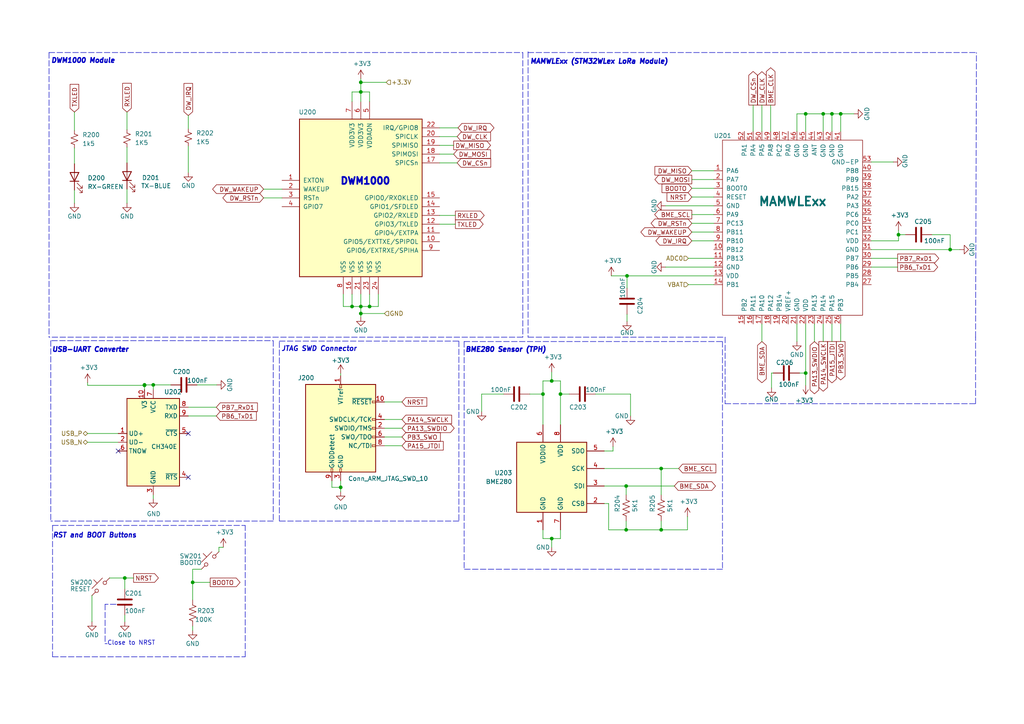
<source format=kicad_sch>
(kicad_sch (version 20211123) (generator eeschema)
  (paper "A4")
  (lib_symbols
    (symbol "Connector:Conn_ARM_JTAG_SWD_10" (pin_names (offset 1.016))
      (property "Reference" "J" (at -2.54 16.51 0))
      (property "Value" "Conn_ARM_JTAG_SWD_10" (at -2.54 13.97 0))
      (symbol "Conn_ARM_JTAG_SWD_10_0_1"
        (rectangle (start -10.16 12.7) (end 10.16 -12.7) (stroke (width 0.254)) (fill (type background)))
        (rectangle (start -2.794 -12.7) (end -2.286 -11.684))
        (rectangle (start -0.254 -12.7) (end 0.254 -11.684))
        (rectangle (start -0.254 12.7) (end 0.254 11.684))
        (rectangle (start 9.144 2.286) (end 10.16 2.794))
        (rectangle (start 10.16 -2.794) (end 9.144 -2.286))
        (rectangle (start 10.16 -0.254) (end 9.144 0.254))
        (rectangle (start 10.16 7.874) (end 9.144 7.366))
      )
      (symbol "Conn_ARM_JTAG_SWD_10_1_1"
        (rectangle (start 9.144 -5.334) (end 10.16 -4.826))
        (pin power_in line (at 0 15.24 270) (length 2.54) (name "VTref") (number "1"))
        (pin open_collector line (at 12.7 7.62 180) (length 2.54) (name "~{RESET}") (number "10"))
        (pin bidirectional line (at 12.7 0 180) (length 2.54) (name "SWDIO/TMS") (number "2"))
        (pin power_in line (at 0 -15.24 90) (length 2.54) (name "GND") (number "3"))
        (pin output line (at 12.7 2.54 180) (length 2.54) (name "SWDCLK/TCK") (number "4"))
        (pin passive line (at 0 -15.24 90) (length 2.54) hide (name "GND") (number "5"))
        (pin input line (at 12.7 -2.54 180) (length 2.54) (name "SWO/TDO") (number "6"))
        (pin no_connect line (at -10.16 0 0) (length 2.54) hide (name "KEY") (number "7"))
        (pin output line (at 12.7 -5.08 180) (length 2.54) (name "NC/TDI") (number "8"))
        (pin passive line (at -2.54 -15.24 90) (length 2.54) (name "GNDDetect") (number "9"))
      )
    )
    (symbol "Device:C" (pin_numbers hide) (pin_names (offset 0.254))
      (property "Reference" "C" (at 0.635 2.54 0))
      (property "Value" "C" (at 0.635 -2.54 0))
      (symbol "C_0_1"
        (polyline (pts (xy -2.032 -0.762) (xy 2.032 -0.762)) (stroke (width 0.508)))
        (polyline (pts (xy -2.032 0.762) (xy 2.032 0.762)) (stroke (width 0.508)))
      )
      (symbol "C_1_1"
        (pin passive line (at 0 3.81 270) (length 2.794) (name "~") (number "1"))
        (pin passive line (at 0 -3.81 90) (length 2.794) (name "~") (number "2"))
      )
    )
    (symbol "Device:LED" (pin_numbers hide) (pin_names (offset 1.016) hide)
      (property "Reference" "D" (at 0 2.54 0))
      (property "Value" "LED" (at 0 -2.54 0))
      (symbol "LED_0_1"
        (polyline (pts (xy -1.27 -1.27) (xy -1.27 1.27)) (stroke (width 0.254)))
        (polyline (pts (xy -1.27 0) (xy 1.27 0)))
        (polyline (pts (xy 1.27 -1.27) (xy 1.27 1.27) (xy -1.27 0) (xy 1.27 -1.27)) (stroke (width 0.254)))
        (polyline (pts (xy -3.048 -0.762) (xy -4.572 -2.286) (xy -3.81 -2.286) (xy -4.572 -2.286) (xy -4.572 -1.524)))
        (polyline (pts (xy -1.778 -0.762) (xy -3.302 -2.286) (xy -2.54 -2.286) (xy -3.302 -2.286) (xy -3.302 -1.524)))
      )
      (symbol "LED_1_1"
        (pin passive line (at -3.81 0 0) (length 2.54) (name "K") (number "1"))
        (pin passive line (at 3.81 0 180) (length 2.54) (name "A") (number "2"))
      )
    )
    (symbol "Device:R_Small_US" (pin_numbers hide) (pin_names (offset 0.254) hide)
      (property "Reference" "R" (at 0.762 0.508 0))
      (property "Value" "R_Small_US" (at 0.762 -1.016 0))
      (symbol "R_Small_US_1_1"
        (polyline (pts (xy 0 0) (xy 1.016 -0.381) (xy 0 -0.762) (xy -1.016 -1.143) (xy 0 -1.524)))
        (polyline (pts (xy 0 1.524) (xy 1.016 1.143) (xy 0 0.762) (xy -1.016 0.381) (xy 0 0)))
        (pin passive line (at 0 2.54 270) (length 1.016) (name "~") (number "1"))
        (pin passive line (at 0 -2.54 90) (length 1.016) (name "~") (number "2"))
      )
    )
    (symbol "Device:R_US" (pin_numbers hide) (pin_names (offset 0))
      (property "Reference" "R" (at 2.54 0 90))
      (property "Value" "R_US" (at -2.54 0 90))
      (symbol "R_US_0_1"
        (polyline (pts (xy 0 -2.286) (xy 0 -2.54)))
        (polyline (pts (xy 0 2.286) (xy 0 2.54)))
        (polyline (pts (xy 0 -0.762) (xy 1.016 -1.143) (xy 0 -1.524) (xy -1.016 -1.905) (xy 0 -2.286)))
        (polyline (pts (xy 0 0.762) (xy 1.016 0.381) (xy 0 0) (xy -1.016 -0.381) (xy 0 -0.762)))
        (polyline (pts (xy 0 2.286) (xy 1.016 1.905) (xy 0 1.524) (xy -1.016 1.143) (xy 0 0.762)))
      )
      (symbol "R_US_1_1"
        (pin passive line (at 0 3.81 270) (length 1.27) (name "~") (number "1"))
        (pin passive line (at 0 -3.81 90) (length 1.27) (name "~") (number "2"))
      )
    )
    (symbol "Interface_USB:CH340E"
      (property "Reference" "U" (at -5.08 13.97 0))
      (property "Value" "CH340E" (at 1.27 13.97 0))
      (symbol "CH340E_0_1"
        (rectangle (start -7.62 12.7) (end 7.62 -12.7) (stroke (width 0.254)) (fill (type background)))
      )
      (symbol "CH340E_1_1"
        (pin bidirectional line (at -10.16 2.54 0) (length 2.54) (name "UD+") (number "1"))
        (pin passive line (at -2.54 15.24 270) (length 2.54) (name "V3") (number "10"))
        (pin bidirectional line (at -10.16 0 0) (length 2.54) (name "UD-") (number "2"))
        (pin power_in line (at 0 -15.24 90) (length 2.54) (name "GND") (number "3"))
        (pin output line (at 10.16 -10.16 180) (length 2.54) (name "~{RTS}") (number "4"))
        (pin input line (at 10.16 2.54 180) (length 2.54) (name "~{CTS}") (number "5"))
        (pin output line (at -10.16 -2.54 0) (length 2.54) (name "TNOW") (number "6"))
        (pin power_in line (at 0 15.24 270) (length 2.54) (name "VCC") (number "7"))
        (pin output line (at 10.16 10.16 180) (length 2.54) (name "TXD") (number "8"))
        (pin input line (at 10.16 7.62 180) (length 2.54) (name "RXD") (number "9"))
      )
    )
    (symbol "RF_Module:DWM1000" (pin_names (offset 1.016))
      (property "Reference" "DWM" (at 7.62 25.4 0))
      (property "Value" "DWM1000" (at 1.27 3.81 0))
      (symbol "DWM1000_0_1"
        (rectangle (start 17.78 22.86) (end -17.78 -22.86) (stroke (width 0.254)) (fill (type background)))
      )
      (symbol "DWM1000_1_1"
        (pin output line (at -22.86 5.08 0) (length 5.08) (name "EXTON") (number "1"))
        (pin bidirectional line (at 22.86 -12.7 180) (length 5.08) (name "GPIO5/EXTTXE/SPIPOL") (number "10"))
        (pin bidirectional line (at 22.86 -10.16 180) (length 5.08) (name "GPIO4/EXTPA") (number "11"))
        (pin bidirectional line (at 22.86 -7.62 180) (length 5.08) (name "GPIO3/TXLED") (number "12"))
        (pin bidirectional line (at 22.86 -5.08 180) (length 5.08) (name "GPIO2/RXLED") (number "13"))
        (pin bidirectional line (at 22.86 -2.54 180) (length 5.08) (name "GPIO1/SFDLED") (number "14"))
        (pin bidirectional line (at 22.86 0 180) (length 5.08) (name "GPIO0/RXOKLED") (number "15"))
        (pin power_in line (at -2.54 -27.94 90) (length 5.08) (name "VSS") (number "16"))
        (pin input line (at 22.86 10.16 180) (length 5.08) (name "SPICSn") (number "17"))
        (pin input line (at 22.86 12.7 180) (length 5.08) (name "SPIMOSI") (number "18"))
        (pin output line (at 22.86 15.24 180) (length 5.08) (name "SPIMISO") (number "19"))
        (pin bidirectional line (at -22.86 2.54 0) (length 5.08) (name "WAKEUP") (number "2"))
        (pin input line (at 22.86 17.78 180) (length 5.08) (name "SPICLK") (number "20"))
        (pin power_in line (at 0 -27.94 90) (length 5.08) (name "VSS") (number "21"))
        (pin bidirectional line (at 22.86 20.32 180) (length 5.08) (name "IRQ/GPIO8") (number "22"))
        (pin power_in line (at 2.54 -27.94 90) (length 5.08) (name "VSS") (number "23"))
        (pin power_in line (at 5.08 -27.94 90) (length 5.08) (name "VSS") (number "24"))
        (pin bidirectional line (at -22.86 0 0) (length 5.08) (name "RSTn") (number "3"))
        (pin bidirectional line (at -22.86 -2.54 0) (length 5.08) (name "GPIO7") (number "4"))
        (pin power_in line (at 2.54 27.94 270) (length 5.08) (name "VDDAON") (number "5"))
        (pin power_in line (at 0 27.94 270) (length 5.08) (name "VDD3V3") (number "6"))
        (pin power_in line (at -2.54 27.94 270) (length 5.08) (name "VDD3V3") (number "7"))
        (pin power_in line (at -5.08 -27.94 90) (length 5.08) (name "VSS") (number "8"))
        (pin bidirectional line (at 22.86 -15.24 180) (length 5.08) (name "GPIO6/EXTRXE/SPIHA") (number "9"))
      )
    )
    (symbol "Sensor:BME280"
      (property "Reference" "U" (at -8.89 11.43 0))
      (property "Value" "BME280" (at 7.62 11.43 0))
      (symbol "BME280_0_1"
        (rectangle (start -10.16 10.16) (end 10.16 -10.16) (stroke (width 0.254)) (fill (type background)))
      )
      (symbol "BME280_1_1"
        (pin power_in line (at -2.54 -15.24 90) (length 5.08) (name "GND") (number "1"))
        (pin input line (at 15.24 -7.62 180) (length 5.08) (name "CSB") (number "2"))
        (pin bidirectional line (at 15.24 -2.54 180) (length 5.08) (name "SDI") (number "3"))
        (pin input line (at 15.24 2.54 180) (length 5.08) (name "SCK") (number "4"))
        (pin bidirectional line (at 15.24 7.62 180) (length 5.08) (name "SDO") (number "5"))
        (pin power_in line (at -2.54 15.24 270) (length 5.08) (name "VDDIO") (number "6"))
        (pin power_in line (at 2.54 -15.24 90) (length 5.08) (name "GND") (number "7"))
        (pin power_in line (at 2.54 15.24 270) (length 5.08) (name "VDD") (number "8"))
      )
    )
    (symbol "Switch:SW_Push_45deg" (pin_numbers hide) (pin_names (offset 1.016) hide)
      (property "Reference" "SW" (at 3.048 1.016 0))
      (property "Value" "SW_Push_45deg" (at 0 -3.81 0))
      (symbol "SW_Push_45deg_0_1"
        (circle (center -1.1684 1.1684) (radius 0.508))
        (polyline (pts (xy -0.508 2.54) (xy 2.54 -0.508)))
        (polyline (pts (xy 1.016 1.016) (xy 2.032 2.032)))
        (polyline (pts (xy -2.54 2.54) (xy -1.524 1.524) (xy -1.524 1.524)))
        (polyline (pts (xy 1.524 -1.524) (xy 2.54 -2.54) (xy 2.54 -2.54) (xy 2.54 -2.54)))
        (circle (center 1.143 -1.1938) (radius 0.508))
        (pin passive line (at -2.54 2.54 0) (length 0) (name "1") (number "1"))
        (pin passive line (at 2.54 -2.54 180) (length 0) (name "2") (number "2"))
      )
    )
    (symbol "power:+3.3V" (power) (pin_names (offset 0))
      (property "Value" "+3.3V" (at 0 3.556 0))
      (symbol "+3.3V_0_1"
        (polyline (pts (xy -0.762 1.27) (xy 0 2.54)))
        (polyline (pts (xy 0 0) (xy 0 2.54)))
        (polyline (pts (xy 0 2.54) (xy 0.762 1.27)))
      )
      (symbol "+3.3V_1_1"
        (pin power_in line (at 0 0 90) (length 0) hide (name "+3V3") (number "1"))
      )
    )
    (symbol "power:GND" (power) (pin_names (offset 0))
      (property "Value" "GND" (at 0 -3.81 0))
      (symbol "GND_0_1"
        (polyline (pts (xy 0 0) (xy 0 -1.27) (xy 1.27 -1.27) (xy 0 -2.54) (xy -1.27 -1.27) (xy 0 -1.27)))
      )
      (symbol "GND_1_1"
        (pin power_in line (at 0 0 270) (length 0) hide (name "GND") (number "1"))
      )
    )
    (symbol "stm32wl-lib-v1:MAMWLExx" (pin_names (offset 1.016))
      (property "Reference" "U" (at -1.27 1.27 0))
      (property "Value" "MAMWLExx" (at 22.86 -33.02 0))
      (symbol "MAMWLExx_0_0"
        (pin passive line (at 0 0 0) (length 2.54) (name "PA6") (number "1"))
        (pin passive line (at 0 -22.86 0) (length 2.54) (name "PB12") (number "10"))
        (pin passive line (at 0 -25.4 0) (length 2.54) (name "PB13") (number "11"))
        (pin power_in line (at 0 -27.94 0) (length 2.54) (name "GND") (number "12"))
        (pin power_in line (at 0 -30.48 0) (length 2.54) (name "VDD") (number "13"))
        (pin passive line (at 0 -33.02 0) (length 2.54) (name "PB1") (number "14"))
        (pin passive line (at 8.89 -44.45 90) (length 2.54) (name "PB2") (number "15"))
        (pin passive line (at 11.43 -44.45 90) (length 2.54) (name "PA11") (number "16"))
        (pin passive line (at 13.97 -44.45 90) (length 2.54) (name "PA10") (number "17"))
        (pin passive line (at 16.51 -44.45 90) (length 2.54) (name "PA12") (number "18"))
        (pin passive line (at 19.05 -44.45 90) (length 2.54) (name "PB14") (number "19"))
        (pin passive line (at 0 -2.54 0) (length 2.54) (name "PA7") (number "2"))
        (pin passive line (at 21.59 -44.45 90) (length 2.54) (name "VREF+") (number "20"))
        (pin power_in line (at 24.13 -44.45 90) (length 2.54) (name "GND") (number "21"))
        (pin power_in line (at 26.67 -44.45 90) (length 2.54) (name "VDD") (number "22"))
        (pin passive line (at 29.21 -44.45 90) (length 2.54) (name "PA13") (number "23"))
        (pin passive line (at 31.75 -44.45 90) (length 2.54) (name "PA14") (number "24"))
        (pin passive line (at 34.29 -44.45 90) (length 2.54) (name "PA15") (number "25"))
        (pin passive line (at 36.83 -44.45 90) (length 2.54) (name "PB3") (number "26"))
        (pin passive line (at 45.72 -33.02 180) (length 2.54) (name "PB4") (number "27"))
        (pin passive line (at 45.72 -30.48 180) (length 2.54) (name "PB5") (number "28"))
        (pin passive line (at 45.72 -27.94 180) (length 2.54) (name "PB6") (number "29"))
        (pin passive line (at 0 -5.08 0) (length 2.54) (name "BOOT0") (number "3"))
        (pin passive line (at 45.72 -25.4 180) (length 2.54) (name "PB7") (number "30"))
        (pin power_in line (at 45.72 -22.86 180) (length 2.54) (name "GND") (number "31"))
        (pin power_in line (at 45.72 -20.32 180) (length 2.54) (name "VDD") (number "32"))
        (pin passive line (at 45.72 -17.78 180) (length 2.54) (name "PC1") (number "33"))
        (pin passive line (at 45.72 -15.24 180) (length 2.54) (name "PC0") (number "34"))
        (pin passive line (at 45.72 -12.7 180) (length 2.54) (name "PC6") (number "35"))
        (pin passive line (at 45.72 -10.16 180) (length 2.54) (name "PA3") (number "36"))
        (pin passive line (at 45.72 -7.62 180) (length 2.54) (name "PA2") (number "37"))
        (pin passive line (at 45.72 -5.08 180) (length 2.54) (name "PB15") (number "38"))
        (pin passive line (at 45.72 -2.54 180) (length 2.54) (name "PB9") (number "39"))
        (pin passive line (at 0 -7.62 0) (length 2.54) (name "RESET") (number "4"))
        (pin passive line (at 45.72 0 180) (length 2.54) (name "PB8") (number "40"))
        (pin power_in line (at 36.83 11.43 270) (length 2.54) (name "GND") (number "41"))
        (pin power_in line (at 34.29 11.43 270) (length 2.54) (name "GND") (number "42"))
        (pin power_in line (at 31.75 11.43 270) (length 2.54) (name "GND") (number "43"))
        (pin passive line (at 29.21 11.43 270) (length 2.54) (name "ANT") (number "44"))
        (pin power_in line (at 26.67 11.43 270) (length 2.54) (name "GND") (number "45"))
        (pin power_in line (at 24.13 11.43 270) (length 2.54) (name "GND") (number "46"))
        (pin passive line (at 21.59 11.43 270) (length 2.54) (name "PA0") (number "47"))
        (pin passive line (at 19.05 11.43 270) (length 2.54) (name "PC2") (number "48"))
        (pin passive line (at 16.51 11.43 270) (length 2.54) (name "PA8") (number "49"))
        (pin power_in line (at 0 -10.16 0) (length 2.54) (name "GND") (number "5"))
        (pin passive line (at 13.97 11.43 270) (length 2.54) (name "PA5") (number "50"))
        (pin passive line (at 11.43 11.43 270) (length 2.54) (name "PA4") (number "51"))
        (pin passive line (at 8.89 11.43 270) (length 2.54) (name "PA1") (number "52"))
        (pin power_in line (at 45.72 2.54 180) (length 2.54) (name "GND-EP") (number "53"))
        (pin power_in line (at 45.72 2.54 180) (length 2.54) hide (name "GND-EP") (number "54"))
        (pin power_in line (at 45.72 2.54 180) (length 2.54) hide (name "GND-EP") (number "55"))
        (pin power_in line (at 45.72 2.54 180) (length 2.54) hide (name "GND-EP") (number "56"))
        (pin power_in line (at 45.72 2.54 180) (length 2.54) hide (name "GND-EP") (number "57"))
        (pin power_in line (at 45.72 2.54 180) (length 2.54) hide (name "GND-EP") (number "58"))
        (pin power_in line (at 45.72 2.54 180) (length 2.54) hide (name "GND-EP") (number "59"))
        (pin passive line (at 0 -12.7 0) (length 2.54) (name "PA9") (number "6"))
        (pin power_in line (at 45.72 2.54 180) (length 2.54) hide (name "GND-EP") (number "60"))
        (pin power_in line (at 45.72 2.54 180) (length 2.54) hide (name "GND-EP") (number "61"))
        (pin power_in line (at 45.72 2.54 180) (length 2.54) hide (name "GND-EP") (number "62"))
        (pin power_in line (at 45.72 2.54 180) (length 2.54) hide (name "GND-EP") (number "63"))
        (pin power_in line (at 45.72 2.54 180) (length 2.54) hide (name "GND-EP") (number "64"))
        (pin power_in line (at 45.72 2.54 180) (length 2.54) hide (name "GND-EP") (number "65"))
        (pin power_in line (at 45.72 2.54 180) (length 2.54) hide (name "GND-EP") (number "66"))
        (pin passive line (at 0 -15.24 0) (length 2.54) (name "PC13") (number "7"))
        (pin passive line (at 0 -17.78 0) (length 2.54) (name "PB11") (number "8"))
        (pin passive line (at 0 -20.32 0) (length 2.54) (name "PB10") (number "9"))
      )
      (symbol "MAMWLExx_0_1"
        (rectangle (start 2.54 8.89) (end 43.18 -41.91))
      )
    )
  )
  (junction (at 243.84 33.02))
  (junction (at 275.59 72.39))
  (junction (at 41.91 111.76))
  (junction (at 104.648 88.9))
  (junction (at 98.806 141.351))
  (junction (at 233.68 108.204))
  (junction (at 162.56 114.3))
  (junction (at 241.3 33.02))
  (junction (at 41.91 111.633))
  (junction (at 191.77 153.67))
  (junction (at 36.195 167.64))
  (junction (at 157.48 114.3))
  (junction (at 191.77 135.89))
  (junction (at 233.68 33.02))
  (junction (at 104.648 26.67))
  (junction (at 104.648 23.876))
  (junction (at 104.648 90.932))
  (junction (at 181.61 140.97))
  (junction (at 238.76 33.02))
  (junction (at 260.604 68.072))
  (junction (at 107.188 88.9))
  (junction (at 102.108 88.9))
  (junction (at 181.61 153.67))
  (junction (at 44.45 111.633))
  (junction (at 55.88 168.91))
  (junction (at 181.864 80.01))
  (junction (at 160.02 156.21))
  (junction (at 160.02 110.49))
  (no_connect (at 54.61 125.73))
  (no_connect (at 54.61 138.43))
  (no_connect (at 34.29 130.81))
  (wire (pts (xy 157.48 114.3) (xy 157.48 123.19)))
  (wire (pts (xy 160.02 110.49) (xy 157.48 110.49)))
  (polyline (pts (xy 153.162 14.986) (xy 153.162 97.79)))
  (wire (pts (xy 181.61 140.97) (xy 181.61 143.51)))
  (wire (pts (xy 243.84 33.02) (xy 247.65 33.02)))
  (wire (pts (xy 41.91 111.76) (xy 41.91 111.633)))
  (polyline (pts (xy 210.312 97.79) (xy 210.312 117.094)))
  (wire (pts (xy 231.14 33.02) (xy 233.68 33.02)))
  (wire (pts (xy 200.66 49.53) (xy 207.01 49.53)))
  (wire (pts (xy 175.26 135.89) (xy 191.77 135.89)))
  (polyline (pts (xy 282.956 117.094) (xy 282.956 97.79)))
  (wire (pts (xy 76.454 54.864) (xy 81.788 54.864)))
  (wire (pts (xy 102.108 26.67) (xy 104.648 26.67)))
  (wire (pts (xy 199.39 153.67) (xy 191.77 153.67)))
  (wire (pts (xy 175.26 130.81) (xy 177.8 130.81)))
  (wire (pts (xy 139.7 114.3) (xy 146.05 114.3)))
  (wire (pts (xy 139.7 119.38) (xy 139.7 114.3)))
  (wire (pts (xy 111.506 121.666) (xy 116.586 121.666)))
  (wire (pts (xy 104.648 22.86) (xy 104.648 23.876)))
  (wire (pts (xy 260.604 68.072) (xy 260.604 66.802)))
  (polyline (pts (xy 30.48 175.26) (xy 30.48 186.69)))
  (wire (pts (xy 60.96 168.91) (xy 55.88 168.91)))
  (wire (pts (xy 99.568 88.9) (xy 102.108 88.9)))
  (wire (pts (xy 55.88 165.1) (xy 55.88 168.91)))
  (polyline (pts (xy 210.312 117.094) (xy 282.956 117.094)))
  (wire (pts (xy 177.292 80.01) (xy 181.864 80.01)))
  (wire (pts (xy 175.26 140.97) (xy 181.61 140.97)))
  (polyline (pts (xy 14.224 15.24) (xy 14.224 97.79)))
  (polyline (pts (xy 15.24 152.4) (xy 71.12 152.4)))
  (polyline (pts (xy 282.956 97.79) (xy 283.21 15.24)))
  (wire (pts (xy 238.76 38.1) (xy 238.76 33.02)))
  (wire (pts (xy 109.728 88.9) (xy 107.188 88.9)))
  (polyline (pts (xy 14.732 98.806) (xy 14.732 151.13)))
  (wire (pts (xy 54.61 33.528) (xy 54.61 37.338)))
  (wire (pts (xy 243.84 33.02) (xy 243.84 38.1)))
  (wire (pts (xy 58.42 165.1) (xy 55.88 165.1)))
  (wire (pts (xy 181.61 153.67) (xy 181.61 151.13)))
  (wire (pts (xy 96.266 139.446) (xy 96.266 141.351)))
  (wire (pts (xy 233.68 38.1) (xy 233.68 33.02)))
  (wire (pts (xy 41.91 113.03) (xy 41.91 111.76)))
  (wire (pts (xy 36.195 178.435) (xy 36.195 180.34)))
  (wire (pts (xy 182.88 114.3) (xy 172.72 114.3)))
  (wire (pts (xy 41.91 111.633) (xy 44.45 111.633)))
  (wire (pts (xy 162.56 153.67) (xy 162.56 156.21)))
  (wire (pts (xy 127.508 37.084) (xy 132.842 37.084)))
  (wire (pts (xy 191.77 153.67) (xy 181.61 153.67)))
  (wire (pts (xy 200.66 62.23) (xy 207.01 62.23)))
  (wire (pts (xy 111.506 126.746) (xy 116.586 126.746)))
  (wire (pts (xy 55.88 168.91) (xy 55.88 173.99)))
  (polyline (pts (xy 133.096 151.13) (xy 81.026 151.13)))
  (wire (pts (xy 193.04 77.47) (xy 207.01 77.47)))
  (wire (pts (xy 252.73 72.39) (xy 275.59 72.39)))
  (wire (pts (xy 191.77 135.89) (xy 191.77 143.51)))
  (wire (pts (xy 275.59 68.072) (xy 275.59 72.39)))
  (wire (pts (xy 104.648 26.67) (xy 104.648 29.464)))
  (wire (pts (xy 181.61 140.97) (xy 195.58 140.97)))
  (polyline (pts (xy 81.026 151.13) (xy 81.026 98.933)))
  (wire (pts (xy 98.806 108.331) (xy 98.806 108.966)))
  (wire (pts (xy 275.59 72.39) (xy 278.384 72.39)))
  (wire (pts (xy 127.508 42.164) (xy 131.572 42.164)))
  (wire (pts (xy 160.02 110.49) (xy 162.56 110.49)))
  (polyline (pts (xy 151.638 97.79) (xy 14.224 97.79)))
  (wire (pts (xy 191.77 151.13) (xy 191.77 153.67)))
  (wire (pts (xy 157.48 156.21) (xy 160.02 156.21)))
  (polyline (pts (xy 134.62 99.06) (xy 209.55 99.06)))
  (wire (pts (xy 49.53 111.633) (xy 44.45 111.633)))
  (wire (pts (xy 241.3 33.02) (xy 243.84 33.02)))
  (wire (pts (xy 181.864 91.186) (xy 181.864 93.218)))
  (polyline (pts (xy 79.248 151.13) (xy 14.732 151.13)))
  (polyline (pts (xy 153.162 97.79) (xy 210.312 97.79)))
  (polyline (pts (xy 134.62 99.06) (xy 134.62 165.1)))
  (wire (pts (xy 165.1 114.3) (xy 162.56 114.3)))
  (wire (pts (xy 104.648 85.344) (xy 104.648 88.9)))
  (polyline (pts (xy 14.986 98.806) (xy 79.248 98.806)))
  (wire (pts (xy 252.73 77.47) (xy 260.35 77.47)))
  (wire (pts (xy 223.774 108.204) (xy 223.774 112.522)))
  (wire (pts (xy 199.644 82.55) (xy 207.01 82.55)))
  (wire (pts (xy 231.902 108.204) (xy 233.68 108.204)))
  (wire (pts (xy 252.73 69.85) (xy 260.604 69.85)))
  (wire (pts (xy 36.83 42.672) (xy 36.83 47.244)))
  (wire (pts (xy 102.108 29.464) (xy 102.108 26.67)))
  (wire (pts (xy 44.45 111.633) (xy 44.45 113.03)))
  (polyline (pts (xy 71.12 190.5) (xy 71.12 152.4)))
  (polyline (pts (xy 133.096 98.933) (xy 133.096 151.13)))
  (polyline (pts (xy 153.162 15.24) (xy 283.21 15.24)))
  (wire (pts (xy 127.508 65.024) (xy 132.08 65.024)))
  (polyline (pts (xy 33.655 175.26) (xy 30.48 175.26)))
  (wire (pts (xy 223.52 30.48) (xy 223.52 38.1)))
  (wire (pts (xy 63.5 158.75) (xy 64.77 158.75)))
  (wire (pts (xy 104.648 23.876) (xy 112.014 23.876)))
  (wire (pts (xy 162.56 114.3) (xy 162.56 123.19)))
  (polyline (pts (xy 209.55 165.1) (xy 134.62 165.1)))
  (wire (pts (xy 238.76 33.02) (xy 241.3 33.02)))
  (wire (pts (xy 270.256 68.072) (xy 275.59 68.072)))
  (wire (pts (xy 25.4 128.27) (xy 34.29 128.27)))
  (wire (pts (xy 96.266 141.351) (xy 98.806 141.351)))
  (wire (pts (xy 111.506 129.286) (xy 116.586 129.286)))
  (wire (pts (xy 76.454 57.404) (xy 81.788 57.404)))
  (polyline (pts (xy 175.514 97.79) (xy 175.26 97.79)))
  (wire (pts (xy 200.66 57.15) (xy 207.01 57.15)))
  (wire (pts (xy 200.66 64.77) (xy 207.01 64.77)))
  (wire (pts (xy 99.568 85.344) (xy 99.568 88.9)))
  (wire (pts (xy 111.506 124.206) (xy 116.586 124.206)))
  (wire (pts (xy 102.108 88.9) (xy 104.648 88.9)))
  (wire (pts (xy 200.66 54.61) (xy 207.01 54.61)))
  (wire (pts (xy 199.39 149.86) (xy 199.39 153.67)))
  (wire (pts (xy 241.3 93.98) (xy 241.3 99.06)))
  (wire (pts (xy 111.506 116.586) (xy 116.586 116.586)))
  (wire (pts (xy 104.648 88.9) (xy 104.648 90.932)))
  (wire (pts (xy 260.604 68.072) (xy 262.636 68.072)))
  (wire (pts (xy 127.508 39.624) (xy 132.588 39.624)))
  (wire (pts (xy 199.644 74.93) (xy 207.01 74.93)))
  (wire (pts (xy 233.68 33.02) (xy 238.76 33.02)))
  (wire (pts (xy 200.66 67.31) (xy 207.01 67.31)))
  (wire (pts (xy 21.59 32.512) (xy 21.59 37.846)))
  (wire (pts (xy 231.14 38.1) (xy 231.14 33.02)))
  (wire (pts (xy 252.73 46.99) (xy 259.08 46.99)))
  (wire (pts (xy 26.67 172.72) (xy 26.67 180.34)))
  (polyline (pts (xy 209.55 99.06) (xy 209.55 165.1)))
  (wire (pts (xy 241.3 33.02) (xy 241.3 38.1)))
  (wire (pts (xy 193.04 59.69) (xy 207.01 59.69)))
  (wire (pts (xy 260.604 69.85) (xy 260.604 68.072)))
  (wire (pts (xy 238.76 93.98) (xy 238.76 99.06)))
  (wire (pts (xy 224.282 108.204) (xy 223.774 108.204)))
  (wire (pts (xy 200.66 52.07) (xy 207.01 52.07)))
  (wire (pts (xy 36.83 32.512) (xy 36.83 37.592)))
  (wire (pts (xy 104.648 90.932) (xy 104.648 91.948)))
  (polyline (pts (xy 30.48 186.69) (xy 31.115 186.69)))
  (wire (pts (xy 127.508 44.704) (xy 131.572 44.704)))
  (wire (pts (xy 176.53 146.05) (xy 176.53 153.67)))
  (wire (pts (xy 162.56 114.3) (xy 162.56 110.49)))
  (wire (pts (xy 160.02 156.21) (xy 160.02 158.75)))
  (wire (pts (xy 162.56 156.21) (xy 160.02 156.21)))
  (wire (pts (xy 127.508 62.484) (xy 132.08 62.484)))
  (wire (pts (xy 220.98 93.98) (xy 220.98 99.06)))
  (wire (pts (xy 107.188 26.67) (xy 104.648 26.67)))
  (wire (pts (xy 181.864 80.01) (xy 207.01 80.01)))
  (wire (pts (xy 107.188 88.9) (xy 104.648 88.9)))
  (wire (pts (xy 236.22 93.98) (xy 236.22 99.06)))
  (wire (pts (xy 25.4 110.998) (xy 25.4 111.76)))
  (wire (pts (xy 218.44 30.48) (xy 218.44 38.1)))
  (polyline (pts (xy 15.24 190.5) (xy 71.12 190.5)))
  (wire (pts (xy 98.806 141.351) (xy 98.806 142.621)))
  (wire (pts (xy 233.68 93.98) (xy 233.68 108.204)))
  (wire (pts (xy 233.68 108.204) (xy 233.68 111.76)))
  (wire (pts (xy 160.02 107.95) (xy 160.02 110.49)))
  (wire (pts (xy 38.735 167.64) (xy 36.195 167.64)))
  (wire (pts (xy 127.508 47.244) (xy 132.588 47.244)))
  (polyline (pts (xy 79.248 98.806) (xy 79.248 151.13)))
  (wire (pts (xy 54.61 118.11) (xy 62.738 118.11)))
  (polyline (pts (xy 151.638 15.24) (xy 151.638 97.79)))
  (wire (pts (xy 36.195 167.64) (xy 36.195 170.815)))
  (wire (pts (xy 176.53 153.67) (xy 181.61 153.67)))
  (wire (pts (xy 177.8 130.81) (xy 177.8 129.54)))
  (polyline (pts (xy 81.026 98.933) (xy 133.096 98.933)))
  (polyline (pts (xy 14.224 15.24) (xy 151.638 15.24)))
  (wire (pts (xy 54.61 120.65) (xy 62.738 120.65)))
  (polyline (pts (xy 15.24 152.4) (xy 15.24 190.5)))
  (wire (pts (xy 104.648 23.876) (xy 104.648 26.67)))
  (wire (pts (xy 231.14 93.98) (xy 231.14 99.06)))
  (wire (pts (xy 252.73 74.93) (xy 260.35 74.93)))
  (wire (pts (xy 102.108 85.344) (xy 102.108 88.9)))
  (wire (pts (xy 182.88 120.65) (xy 182.88 114.3)))
  (wire (pts (xy 200.66 69.85) (xy 207.01 69.85)))
  (wire (pts (xy 157.48 153.67) (xy 157.48 156.21)))
  (wire (pts (xy 44.45 143.51) (xy 44.45 144.653)))
  (wire (pts (xy 62.865 111.633) (xy 57.15 111.633)))
  (wire (pts (xy 243.84 93.98) (xy 243.84 99.06)))
  (wire (pts (xy 25.4 125.73) (xy 34.29 125.73)))
  (wire (pts (xy 31.75 167.64) (xy 36.195 167.64)))
  (wire (pts (xy 63.5 160.02) (xy 63.5 158.75)))
  (wire (pts (xy 25.4 111.76) (xy 41.91 111.76)))
  (wire (pts (xy 107.188 29.464) (xy 107.188 26.67)))
  (wire (pts (xy 104.648 90.932) (xy 111.506 90.932)))
  (wire (pts (xy 220.98 30.48) (xy 220.98 38.1)))
  (wire (pts (xy 54.61 42.418) (xy 54.61 50.038)))
  (wire (pts (xy 36.83 54.864) (xy 36.83 58.928)))
  (wire (pts (xy 21.59 42.926) (xy 21.59 47.498)))
  (wire (pts (xy 21.59 55.118) (xy 21.59 58.928)))
  (wire (pts (xy 181.864 83.566) (xy 181.864 80.01)))
  (wire (pts (xy 157.48 110.49) (xy 157.48 114.3)))
  (wire (pts (xy 175.26 146.05) (xy 176.53 146.05)))
  (wire (pts (xy 157.48 114.3) (xy 153.67 114.3)))
  (wire (pts (xy 55.88 181.61) (xy 55.88 182.88)))
  (wire (pts (xy 98.806 139.446) (xy 98.806 141.351)))
  (wire (pts (xy 109.728 85.344) (xy 109.728 88.9)))
  (wire (pts (xy 107.188 85.344) (xy 107.188 88.9)))
  (wire (pts (xy 191.77 135.89) (xy 196.85 135.89)))
  (text "DWM1000 Module" (at 14.732 18.542 0) (effects (font (size 1.397 1.397) (thickness 0.4013) bold italic) (justify left bottom)))
  (text "Close to NRST" (at 45.085 187.325 180) (effects (font (size 1.27 1.27)) (justify right bottom)))
  (text "DWM1000" (at 98.552 53.848 0) (effects (font (size 1.9972 1.9972) (thickness 0.5994) bold) (justify left bottom)))
  (text "JTAG SWD Connector" (at 81.534 102.108 0) (effects (font (size 1.397 1.397) (thickness 0.2794) bold italic) (justify left bottom)))
  (text "USB-UART Converter" (at 14.986 102.362 0) (effects (font (size 1.397 1.397) (thickness 0.4013) bold italic) (justify left bottom)))
  (text "BME280 Sensor (TPH)" (at 134.874 102.362 0) (effects (font (size 1.397 1.397) (thickness 0.4013) bold italic) (justify left bottom)))
  (text "MAMWLExx (STM32WLex LoRa Module)" (at 153.67 18.796 0) (effects (font (size 1.397 1.397) (thickness 0.4013) bold italic) (justify left bottom)))
  (text "RST and BOOT Buttons" (at 15.24 156.21 0) (effects (font (size 1.397 1.397) (thickness 0.2997) bold italic) (justify left bottom)))
  (global_label "DW_IRQ" (shape input) (at 54.61 33.528 90) (property "Intersheet References" "${INTERSHEET_REFS}" (effects hide)))
  (global_label "PA15_JTDI" (shape output) (at 241.3 99.06 270) (property "Intersheet References" "${INTERSHEET_REFS}" (effects hide)))
  (global_label "DW_CSn" (shape input) (at 132.588 47.244 0) (property "Intersheet References" "${INTERSHEET_REFS}" (effects hide)))
  (global_label "DW_MOSI" (shape output) (at 200.66 52.07 180) (property "Intersheet References" "${INTERSHEET_REFS}" (effects hide)))
  (global_label "DW_MISO" (shape input) (at 200.66 49.53 180) (property "Intersheet References" "${INTERSHEET_REFS}" (effects hide)))
  (global_label "NRST" (shape output) (at 38.735 167.64 0) (property "Intersheet References" "${INTERSHEET_REFS}" (effects hide)))
  (global_label "PA13_SWDIO" (shape bidirectional) (at 116.586 124.206 0) (property "Intersheet References" "${INTERSHEET_REFS}" (effects hide)))
  (global_label "BME_CLK" (shape output) (at 223.52 30.48 90) (property "Intersheet References" "${INTERSHEET_REFS}" (effects hide)))
  (global_label "BME_SCL" (shape output) (at 200.66 62.23 180) (property "Intersheet References" "${INTERSHEET_REFS}" (effects hide)))
  (global_label "PB3_SWO" (shape output) (at 243.84 99.06 270) (property "Intersheet References" "${INTERSHEET_REFS}" (effects hide)))
  (global_label "PA14_SWCLK" (shape input) (at 116.586 121.666 0) (property "Intersheet References" "${INTERSHEET_REFS}" (effects hide)))
  (global_label "DW_RSTn" (shape bidirectional) (at 76.454 57.404 180) (property "Intersheet References" "${INTERSHEET_REFS}" (effects hide)))
  (global_label "PB3_SWO" (shape input) (at 116.586 126.746 0) (property "Intersheet References" "${INTERSHEET_REFS}" (effects hide)))
  (global_label "DW_CLK" (shape output) (at 220.98 30.48 90) (property "Intersheet References" "${INTERSHEET_REFS}" (effects hide)))
  (global_label "PA15_JTDI" (shape input) (at 116.586 129.286 0) (property "Intersheet References" "${INTERSHEET_REFS}" (effects hide)))
  (global_label "RXLED" (shape input) (at 36.83 32.512 90) (property "Intersheet References" "${INTERSHEET_REFS}" (effects hide)))
  (global_label "DW_CSn" (shape output) (at 218.44 30.48 90) (property "Intersheet References" "${INTERSHEET_REFS}" (effects hide)))
  (global_label "DW_WAKEUP" (shape bidirectional) (at 76.454 54.864 180) (property "Intersheet References" "${INTERSHEET_REFS}" (effects hide)))
  (global_label "BME_SDA" (shape bidirectional) (at 195.58 140.97 0) (property "Intersheet References" "${INTERSHEET_REFS}" (effects hide)))
  (global_label "DW_CLK" (shape input) (at 132.588 39.624 0) (property "Intersheet References" "${INTERSHEET_REFS}" (effects hide)))
  (global_label "DW_IRQ" (shape bidirectional) (at 132.842 37.084 0) (property "Intersheet References" "${INTERSHEET_REFS}" (effects hide)))
  (global_label "PB6_TxD1" (shape output) (at 260.35 77.47 0) (property "Intersheet References" "${INTERSHEET_REFS}" (effects hide)))
  (global_label "DW_RSTn" (shape bidirectional) (at 200.66 64.77 180) (property "Intersheet References" "${INTERSHEET_REFS}" (effects hide)))
  (global_label "NRST" (shape input) (at 116.586 116.586 0) (property "Intersheet References" "${INTERSHEET_REFS}" (effects hide)))
  (global_label "PB6_TxD1" (shape input) (at 62.738 120.65 0) (property "Intersheet References" "${INTERSHEET_REFS}" (effects hide)))
  (global_label "BOOTO" (shape output) (at 60.96 168.91 0) (property "Intersheet References" "${INTERSHEET_REFS}" (effects hide)))
  (global_label "BME_SCL" (shape input) (at 196.85 135.89 0) (property "Intersheet References" "${INTERSHEET_REFS}" (effects hide)))
  (global_label "RXLED" (shape output) (at 132.08 62.484 0) (property "Intersheet References" "${INTERSHEET_REFS}" (effects hide)))
  (global_label "DW_MOSI" (shape input) (at 131.572 44.704 0) (property "Intersheet References" "${INTERSHEET_REFS}" (effects hide)))
  (global_label "DW_WAKEUP" (shape bidirectional) (at 200.66 67.31 180) (property "Intersheet References" "${INTERSHEET_REFS}" (effects hide)))
  (global_label "TXLED" (shape input) (at 21.59 32.512 90) (property "Intersheet References" "${INTERSHEET_REFS}" (effects hide)))
  (global_label "NRST" (shape input) (at 200.66 57.15 180) (property "Intersheet References" "${INTERSHEET_REFS}" (effects hide)))
  (global_label "TXLED" (shape output) (at 132.08 65.024 0) (property "Intersheet References" "${INTERSHEET_REFS}" (effects hide)))
  (global_label "BME_SDA" (shape bidirectional) (at 220.98 99.06 270) (property "Intersheet References" "${INTERSHEET_REFS}" (effects hide)))
  (global_label "PB7_RxD1" (shape output) (at 260.35 74.93 0) (property "Intersheet References" "${INTERSHEET_REFS}" (effects hide)))
  (global_label "PB7_RxD1" (shape input) (at 62.738 118.11 0) (property "Intersheet References" "${INTERSHEET_REFS}" (effects hide)))
  (global_label "DW_MISO" (shape output) (at 131.572 42.164 0) (property "Intersheet References" "${INTERSHEET_REFS}" (effects hide)))
  (global_label "PA13_SWDIO" (shape bidirectional) (at 236.22 99.06 270) (property "Intersheet References" "${INTERSHEET_REFS}" (effects hide)))
  (global_label "PA14_SWCLK" (shape output) (at 238.76 99.06 270) (property "Intersheet References" "${INTERSHEET_REFS}" (effects hide)))
  (global_label "BOOTO" (shape input) (at 200.66 54.61 180) (property "Intersheet References" "${INTERSHEET_REFS}" (effects hide)))
  (global_label "DW_IRQ" (shape bidirectional) (at 200.66 69.85 180) (property "Intersheet References" "${INTERSHEET_REFS}" (effects hide)))
  (hierarchical_label "GND" (shape input) (at 111.506 90.932 0))
  (hierarchical_label "+3.3V" (shape input) (at 112.014 23.876 0))
  (hierarchical_label "USB_N" (shape bidirectional) (at 25.4 128.27 180))
  (hierarchical_label "USB_P" (shape bidirectional) (at 25.4 125.73 180))
  (hierarchical_label "ADC0" (shape input) (at 199.644 74.93 180))
  (hierarchical_label "VBAT" (shape input) (at 199.644 82.55 180))
  (symbol (lib_id "RF_Module:DWM1000") (at 104.648 57.404 0) (unit 1)
    (property "Reference" "U200" (at 86.614 32.512 0) (effects (justify left)))
    (property "Value" "DWM1000" (effects hide))
    (property "Footprint" "RF_Module:DWM1000" (effects hide))
    (property "Datasheet" "https://www.decawave.com/sites/default/files/resources/dwm1000-datasheet-v1.3.pdf" (effects hide))
    (property "MPN" "DWM1000" (effects hide))
    (property "Manufacturer" "Qorvo" (effects hide))
  )
  (symbol (lib_id "power:+3.3V") (at 64.77 158.75 0) (unit 1)
    (property "Reference" "#PWR0163" (effects hide))
    (property "Value" "+3.3V" (at 65.151 154.3558 0))
  )
  (symbol (lib_id "Connector:Conn_ARM_JTAG_SWD_10") (at 98.806 124.206 0) (unit 1)
    (property "Reference" "J200" (at 91.186 109.601 0) (effects (justify right)))
    (property "Value" "Conn_ARM_JTAG_SWD_10" (at 124.206 138.811 0) (effects (justify right)))
    (property "Footprint" "Connector_PinHeader_1.27mm:PinHeader_2x05_P1.27mm_Vertical_SMD" (effects hide))
    (property "Datasheet" "http://infocenter.arm.com/help/topic/com.arm.doc.ddi0314h/DDI0314H_coresight_components_trm.pdf" (effects hide))
    (property "MPN" "20021121-00010C4LF" (effects hide))
    (property "Manufacturer" "Amphenol ICC" (effects hide))
  )
  (symbol (lib_id "power:GND") (at 223.774 112.522 0) (unit 1)
    (property "Reference" "#PWR0120" (effects hide))
    (property "Value" "GND" (at 223.774 115.824 0))
  )
  (symbol (lib_id "Device:R_Small_US") (at 36.83 40.132 0) (unit 1)
    (property "Reference" "R201" (at 39.116 38.8619 0) (effects (justify left)))
    (property "Value" "1K5" (at 39.116 41.4019 0) (effects (justify left)))
    (property "Footprint" "Resistor_SMD:R_0402_1005Metric" (effects hide))
    (property "MPN" "RC0402JR-071K5L" (effects hide))
    (property "Manufacturer" "Yageo" (effects hide))
  )
  (symbol (lib_id "Device:R_US") (at 191.77 147.32 0) (unit 1)
    (property "Reference" "R205" (at 189.23 148.59 90) (effects (justify left)))
    (property "Value" "5K1" (at 194.31 148.59 90) (effects (justify left)))
    (property "Footprint" "Resistor_SMD:R_0402_1005Metric" (effects hide))
    (property "MPN" "RC0402FR-075K1L" (effects hide))
    (property "Manufacturer" "Yageo" (effects hide))
  )
  (symbol (lib_id "power:+3.3V") (at 260.604 66.802 0) (unit 1)
    (property "Reference" "#PWR0126" (effects hide))
    (property "Value" "+3.3V" (at 260.985 62.4078 0))
  )
  (symbol (lib_id "Switch:SW_Push_45deg") (at 29.21 170.18 90) (unit 1)
    (property "Reference" "SW200" (at 20.32 168.91 90) (effects (justify right)))
    (property "Value" "RESET" (at 20.32 170.815 90) (effects (justify right)))
    (property "Footprint" "Button_Switch_SMD:SW_Push_1P1T_NO_Vertical_Wuerth_434133025816" (effects hide))
    (property "MPN" "434133025816" (effects hide))
    (property "Manufacturer" "Wurth Elektronik" (effects hide))
  )
  (symbol (lib_id "Device:C") (at 228.092 108.204 270) (unit 1)
    (property "Reference" "C206" (at 225.044 105.156 90) (effects (justify left)))
    (property "Value" "100nF" (at 225.806 111.506 90) (effects (justify left)))
    (property "Footprint" "Capacitor_SMD:C_0402_1005Metric" (effects hide))
    (property "MPN" "GRM155R61A104KA01D" (effects hide))
    (property "Manufacturer" "Murata Electronics" (effects hide))
  )
  (symbol (lib_id "power:GND") (at 36.195 180.34 0) (mirror y) (unit 1)
    (property "Reference" "#PWR0124" (effects hide))
    (property "Value" "GND" (at 36.195 184.15 0))
  )
  (symbol (lib_id "power:GND") (at 160.02 158.75 0) (unit 1)
    (property "Reference" "#PWR0130" (effects hide))
    (property "Value" "GND" (at 157.48 158.75 0))
  )
  (symbol (lib_id "power:GND") (at 98.806 142.621 0) (unit 1)
    (property "Reference" "#PWR0107" (effects hide))
    (property "Value" "GND" (at 98.806 147.066 0))
  )
  (symbol (lib_id "power:+3.3V") (at 104.648 22.86 0) (unit 1)
    (property "Reference" "#PWR0110" (effects hide))
    (property "Value" "+3.3V" (at 105.029 18.4658 0))
  )
  (symbol (lib_id "power:GND") (at 278.384 72.39 90) (unit 1)
    (property "Reference" "#PWR0127" (effects hide))
    (property "Value" "GND" (at 281.94 72.39 0))
  )
  (symbol (lib_id "power:GND") (at 193.04 59.69 270) (unit 1)
    (property "Reference" "#PWR0116" (effects hide))
    (property "Value" "GND" (at 189.738 59.69 0))
  )
  (symbol (lib_id "power:+3.3V") (at 98.806 108.331 0) (unit 1)
    (property "Reference" "#PWR0106" (effects hide))
    (property "Value" "+3.3V" (at 98.806 104.521 0))
  )
  (symbol (lib_id "power:+3.3V") (at 160.02 107.95 0) (unit 1)
    (property "Reference" "#PWR0111" (effects hide))
    (property "Value" "+3.3V" (at 160.401 103.5558 0))
  )
  (symbol (lib_id "Device:R_Small_US") (at 21.59 40.386 0) (unit 1)
    (property "Reference" "R200" (at 23.876 39.1159 0) (effects (justify left)))
    (property "Value" "1k5" (at 23.876 41.6559 0) (effects (justify left)))
    (property "Footprint" "Resistor_SMD:R_0402_1005Metric" (effects hide))
    (property "MPN" "RC0402JR-071K5L" (effects hide))
    (property "Manufacturer" "Yageo" (effects hide))
  )
  (symbol (lib_id "Device:LED") (at 21.59 51.308 90) (unit 1)
    (property "Reference" "D200" (at 25.4 51.6254 90) (effects (justify right)))
    (property "Value" "RX-GREEN" (at 25.4 54.1654 90) (effects (justify right)))
    (property "Footprint" "LED_SMD:LED_0603_1608Metric" (effects hide))
    (property "MPN" "LTST-C191KGKT" (effects hide))
    (property "Manufacturer" "Lite-On Inc" (effects hide))
  )
  (symbol (lib_id "power:GND") (at 139.7 119.38 0) (unit 1)
    (property "Reference" "#PWR0118" (effects hide))
    (property "Value" "GND" (at 137.16 119.38 0))
  )
  (symbol (lib_id "power:GND") (at 259.08 46.99 90) (unit 1)
    (property "Reference" "#PWR0129" (effects hide))
    (property "Value" "GND" (at 262.509 46.736 0))
  )
  (symbol (lib_id "Sensor:BME280") (at 160.02 138.43 0) (unit 1)
    (property "Reference" "U203" (at 148.59 137.1599 0) (effects (justify right)))
    (property "Value" "BME280" (at 148.59 139.6999 0) (effects (justify right)))
    (property "Footprint" "Package_LGA:Bosch_LGA-8_2.5x2.5mm_P0.65mm_ClockwisePinNumbering" (effects hide))
    (property "Datasheet" "https://ae-bst.resource.bosch.com/media/_tech/media/datasheets/BST-BME280-DS002.pdf" (effects hide))
    (property "MPN" "828-1063-2-ND" (effects hide))
    (property "Manufacturer" "Bosch Sensortec" (effects hide))
  )
  (symbol (lib_id "Device:R_US") (at 181.61 147.32 0) (unit 1)
    (property "Reference" "R204" (at 179.07 148.59 90) (effects (justify left)))
    (property "Value" "5K1" (at 184.15 148.59 90) (effects (justify left)))
    (property "Footprint" "Resistor_SMD:R_0402_1005Metric" (effects hide))
    (property "MPN" "RC0402FR-075K1L" (effects hide))
    (property "Manufacturer" "Yageo" (effects hide))
  )
  (symbol (lib_id "power:GND") (at 193.04 77.47 270) (unit 1)
    (property "Reference" "#PWR0117" (effects hide))
    (property "Value" "GND" (at 189.738 77.47 0))
  )
  (symbol (lib_id "Device:C") (at 266.446 68.072 270) (unit 1)
    (property "Reference" "C205" (at 265.176 64.262 90) (effects (justify left)))
    (property "Value" "100nF" (at 267.97 69.85 90) (effects (justify left)))
    (property "Footprint" "Capacitor_SMD:C_0402_1005Metric" (effects hide))
    (property "MPN" "GRM155R61A104KA01D" (effects hide))
    (property "Manufacturer" "Murata Electronics" (effects hide))
  )
  (symbol (lib_id "power:GND") (at 182.88 120.65 0) (unit 1)
    (property "Reference" "#PWR0166" (effects hide))
    (property "Value" "GND" (at 180.34 120.65 0))
  )
  (symbol (lib_id "Interface_USB:CH340E") (at 44.45 128.27 0) (unit 1)
    (property "Reference" "U202" (at 50.165 113.665 0))
    (property "Value" "CH340E" (at 47.625 129.54 0))
    (property "Footprint" "Package_SO:MSOP-10_3x3mm_P0.5mm" (effects hide))
    (property "Datasheet" "https://www.mpja.com/download/35227cpdata.pdf" (effects hide))
    (property "MPN" "COM-16278" (effects hide))
    (property "Manufacturer" "Sparkfun Electronics" (effects hide))
  )
  (symbol (lib_id "power:GND") (at 36.83 58.928 0) (unit 1)
    (property "Reference" "#PWR0113" (effects hide))
    (property "Value" "GND" (at 36.83 62.738 0))
  )
  (symbol (lib_id "power:GND") (at 21.59 58.928 0) (unit 1)
    (property "Reference" "#PWR0114" (effects hide))
    (property "Value" "GND" (at 21.59 62.738 0))
  )
  (symbol (lib_id "power:GND") (at 44.45 144.653 0) (unit 1)
    (property "Reference" "#PWR0122" (effects hide))
    (property "Value" "GND" (at 44.577 149.0472 0))
  )
  (symbol (lib_id "power:GND") (at 62.865 111.633 90) (unit 1)
    (property "Reference" "#PWR0109" (effects hide))
    (property "Value" "GND" (at 66.675 111.633 0))
  )
  (symbol (lib_id "power:GND") (at 54.61 50.038 0) (unit 1)
    (property "Reference" "#PWR0115" (effects hide))
    (property "Value" "GND" (at 54.61 53.848 0))
  )
  (symbol (lib_id "power:+3.3V") (at 177.8 129.54 0) (unit 1)
    (property "Reference" "#PWR0165" (effects hide))
    (property "Value" "+3.3V" (at 178.181 125.1458 0))
  )
  (symbol (lib_id "power:GND") (at 247.65 33.02 90) (unit 1)
    (property "Reference" "#PWR0128" (effects hide))
    (property "Value" "GND" (at 251.46 33.02 0))
  )
  (symbol (lib_id "power:GND") (at 231.14 99.06 0) (unit 1)
    (property "Reference" "#PWR0125" (effects hide))
    (property "Value" "GND" (at 231.14 102.87 0))
  )
  (symbol (lib_id "power:+3.3V") (at 25.4 110.998 0) (unit 1)
    (property "Reference" "#PWR0119" (effects hide))
    (property "Value" "+3.3V" (at 25.781 106.6038 0))
  )
  (symbol (lib_id "power:GND") (at 104.648 91.948 0) (unit 1)
    (property "Reference" "#PWR0112" (effects hide))
    (property "Value" "GND" (at 104.648 95.758 0))
  )
  (symbol (lib_id "power:+3.3V") (at 233.68 111.76 180) (unit 1)
    (property "Reference" "#PWR0108" (effects hide))
    (property "Value" "+3.3V" (at 233.299 116.1542 0))
  )
  (symbol (lib_id "Device:C") (at 53.34 111.633 90) (unit 1)
    (property "Reference" "C200" (at 55.245 107.823 90) (effects (justify left)))
    (property "Value" "100nF" (at 60.325 110.363 90) (effects (justify left)))
    (property "Footprint" "Capacitor_SMD:C_0402_1005Metric" (effects hide))
    (property "MPN" "GRM155R61A104KA01D" (effects hide))
    (property "Manufacturer" "Murata Electronics" (effects hide))
  )
  (symbol (lib_id "Device:C") (at 36.195 174.625 0) (unit 1)
    (property "Reference" "C201" (at 36.195 172.085 0) (effects (justify left)))
    (property "Value" "100nF" (at 36.195 177.165 0) (effects (justify left)))
    (property "Footprint" "Capacitor_SMD:C_0402_1005Metric" (effects hide))
    (property "MPN" "GRM155R61A104KA01D" (effects hide))
    (property "Manufacturer" "Murata Electronics" (effects hide))
  )
  (symbol (lib_id "power:GND") (at 55.88 182.88 0) (mirror y) (unit 1)
    (property "Reference" "#PWR0162" (effects hide))
    (property "Value" "GND" (at 55.88 186.69 0))
  )
  (symbol (lib_id "Switch:SW_Push_45deg") (at 60.96 162.56 90) (unit 1)
    (property "Reference" "SW201" (at 52.07 161.29 90) (effects (justify right)))
    (property "Value" "BOOTO" (at 52.07 163.195 90) (effects (justify right)))
    (property "Footprint" "Button_Switch_SMD:SW_Push_1P1T_NO_Vertical_Wuerth_434133025816" (effects hide))
    (property "MPN" "434133025816" (effects hide))
    (property "Manufacturer" "Wurth Elektronik" (effects hide))
  )
  (symbol (lib_id "power:+3.3V") (at 199.39 149.86 0) (unit 1)
    (property "Reference" "#PWR0164" (effects hide))
    (property "Value" "+3.3V" (at 199.771 145.4658 0))
  )
  (symbol (lib_id "power:GND") (at 181.864 93.218 0) (unit 1)
    (property "Reference" "#PWR0167" (effects hide))
    (property "Value" "GND" (at 181.864 96.52 0))
  )
  (symbol (lib_id "Device:R_Small_US") (at 54.61 39.878 0) (unit 1)
    (property "Reference" "R202" (at 56.896 38.6079 0) (effects (justify left)))
    (property "Value" "1K5" (at 56.896 41.1479 0) (effects (justify left)))
    (property "Footprint" "Resistor_SMD:R_0402_1005Metric" (effects hide))
    (property "MPN" "RC0402JR-071K5L" (effects hide))
    (property "Manufacturer" "Yageo" (effects hide))
  )
  (symbol (lib_id "Device:R_US") (at 55.88 177.8 0) (unit 1)
    (property "Reference" "R203" (at 57.15 177.165 0) (effects (justify left)))
    (property "Value" "100K" (at 56.515 179.705 0) (effects (justify left)))
    (property "Footprint" "Resistor_SMD:R_0402_1005Metric" (effects hide))
    (property "MPN" "RC0402JR-07100KL" (effects hide))
    (property "Manufacturer" "Yageo" (effects hide))
  )
  (symbol (lib_id "power:GND") (at 26.67 180.34 0) (unit 1)
    (property "Reference" "#PWR0123" (effects hide))
    (property "Value" "GND" (at 26.67 184.15 0))
  )
  (symbol (lib_id "Device:C") (at 149.86 114.3 270) (unit 1)
    (property "Reference" "C202" (at 147.955 118.11 90) (effects (justify left)))
    (property "Value" "100nF" (at 142.24 113.03 90) (effects (justify left)))
    (property "Footprint" "Capacitor_SMD:C_0402_1005Metric" (effects hide))
    (property "MPN" "GRM155R61A104KA01D" (effects hide))
    (property "Manufacturer" "Murata Electronics" (effects hide))
  )
  (symbol (lib_id "Device:C") (at 181.864 87.376 180) (unit 1)
    (property "Reference" "C204" (at 185.674 86.106 90) (effects (justify left)))
    (property "Value" "100nF" (at 180.594 80.391 90) (effects (justify left)))
    (property "Footprint" "Capacitor_SMD:C_0402_1005Metric" (effects hide))
    (property "MPN" "GRM155R61A104KA01D" (effects hide))
    (property "Manufacturer" "Murata Electronics" (effects hide))
  )
  (symbol (lib_id "power:+3.3V") (at 177.292 80.01 0) (unit 1)
    (property "Reference" "#PWR0121" (effects hide))
    (property "Value" "+3.3V" (at 177.673 75.6158 0))
  )
  (symbol (lib_id "Device:C") (at 168.91 114.3 90) (unit 1)
    (property "Reference" "C203" (at 170.18 118.11 90) (effects (justify left)))
    (property "Value" "100nF" (at 175.895 113.03 90) (effects (justify left)))
    (property "Footprint" "Capacitor_SMD:C_0402_1005Metric" (effects hide))
    (property "MPN" "GRM155R61A104KA01D" (effects hide))
    (property "Manufacturer" "Murata Electronics" (effects hide))
  )
  (symbol (lib_id "stm32wl-lib-v1:MAMWLExx") (at 207.01 49.53 0) (unit 1)
    (property "Reference" "U201" (at 207.01 39.37 0) (effects (justify left)))
    (property "Value" "MAMWLExx" (at 219.71 58.42 0) (effects (font (size 2.54 2.54) bold) (justify left)))
    (property "Footprint" "MAMWLExx:MAMWLExx" (effects hide))
    (property "MPN" "MAMWLE-01" (effects hide))
    (property "Manufacturer" "Move-X" (effects hide))
  )
  (symbol (lib_id "Device:LED") (at 36.83 51.054 90) (unit 1)
    (property "Reference" "D201" (at 41.148 51.562 90) (effects (justify right)))
    (property "Value" "TX-BLUE" (at 40.894 53.9114 90) (effects (justify right)))
    (property "Footprint" "LED_SMD:LED_0603_1608Metric" (effects hide))
    (property "MPN" "LTST-C191TBKT" (effects hide))
    (property "Manufacturer" "Lite-On Inc" (effects hide))
  )
)
</source>
